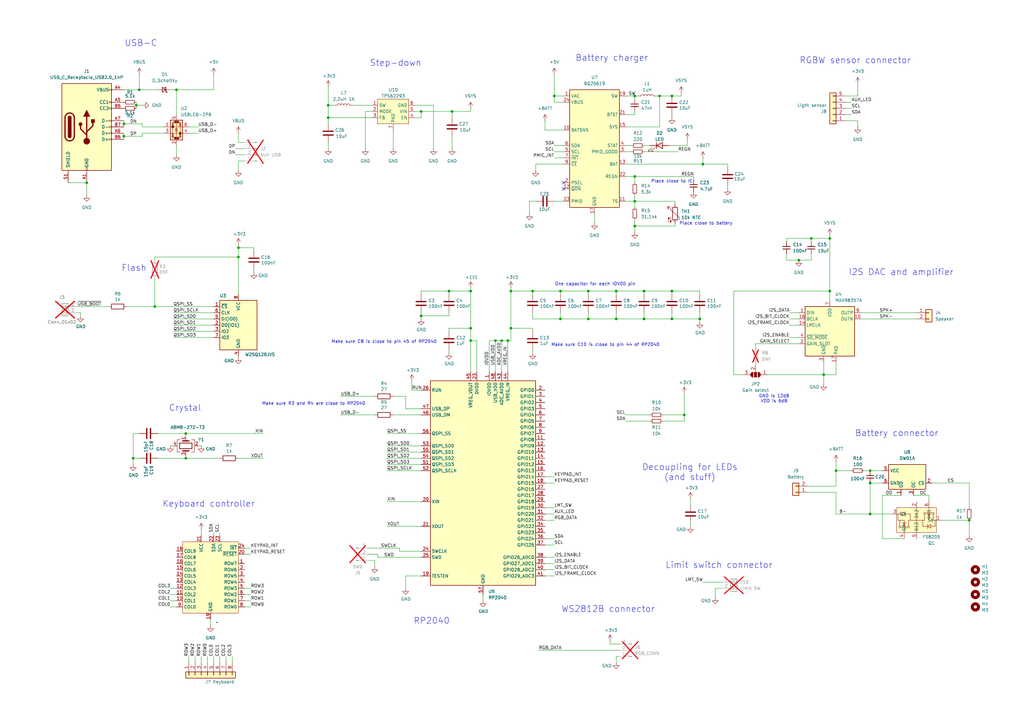
<source format=kicad_sch>
(kicad_sch (version 20250114) (generator "eeschema") (generator_version "9.0")
  (paper "A3")
  (title_block (title "Sisyphus") (date "2025-03-25") (rev "Beta v0.1") (company "Plajta corp."))
  (text "Battery connector" (at 367.792 177.8 0) (effects (font (size 2.54 2.54))))
  (text "Place close to battery" (at 289.56 91.694 0) (effects (font (size 1.27 1.27))))
  (text "Step-down" (at 151.638 27.432 0) (effects (font (size 2.54 2.54)) (justify left bottom)))
  (text "Crystal" (at 69.215 168.91 0) (effects (font (size 2.54 2.54)) (justify left bottom)))
  (text "RGBW sensor connector" (at 350.774 24.892 0) (effects (font (size 2.54 2.54))))
  (text "Make sure C8 is close to pin 45 of RP2040" (at 135.89 140.97 0) (effects (font (size 1.27 1.27)) (justify left bottom)))
  (text "I2S DAC and amplifier" (at 369.57 111.76 0) (effects (font (size 2.54 2.54))))
  (text "Keyboard controller" (at 85.598 206.756 0) (effects (font (size 2.54 2.54))))
  (text "WS2812B connector" (at 249.428 249.936 0) (effects (font (size 2.54 2.54))))
  (text "USB-C" (at 51.054 19.304 0) (effects (font (size 2.54 2.54)) (justify left bottom)))
  (text "Decoupling for LEDs\n(and stuff)" (at 282.956 193.802 0) (effects (font (size 2.54 2.54))))
  (text "Make sure R3 and R4 are close to RP2040" (at 149.86 166.37 0) (effects (font (size 1.27 1.27)) (justify right bottom)))
  (text "GND is 12dB\nVDD is 6dB" (at 317.5 163.576 0) (effects (font (size 1.27 1.27))))
  (text "One capacitor for each IOVDD pin" (at 227.584 117.348 0) (effects (font (size 1.27 1.27)) (justify left bottom)))
  (text "RP2040\n" (at 177.038 254.762 0) (effects (font (size 2.54 2.54))))
  (text "Place close to IC" (at 275.59 74.422 0) (effects (font (size 1.27 1.27))))
  (text "Make sure C10 is close to pin 44 of RP2040" (at 226.06 142.24 0) (effects (font (size 1.27 1.27)) (justify left bottom)))
  (text "Limit switch connector" (at 294.894 231.902 0) (effects (font (size 2.54 2.54))))
  (text "Flash" (at 49.784 111.506 0) (effects (font (size 2.54 2.54)) (justify left bottom)))
  (text "Battery charger" (at 250.952 23.876 0) (effects (font (size 2.54 2.54))))
  (junction (at 209.55 134.62))
  (junction (at 208.28 139.7))
  (junction (at 260.35 72.39))
  (junction (at 342.9 193.04))
  (junction (at 229.87 130.81))
  (junction (at 97.79 105.41))
  (junction (at 227.33 39.37))
  (junction (at 252.73 119.38))
  (junction (at 332.74 97.79))
  (junction (at 134.62 48.26))
  (junction (at 205.74 139.7))
  (junction (at 260.35 39.37))
  (junction (at 218.44 119.38))
  (junction (at 54.61 187.96))
  (junction (at 229.87 119.38))
  (junction (at 76.2 177.8))
  (junction (at 287.02 130.81))
  (junction (at 264.16 119.38))
  (junction (at 275.59 130.81))
  (junction (at 288.29 67.31))
  (junction (at 275.59 119.38))
  (junction (at 252.73 130.81))
  (junction (at 184.15 119.38))
  (junction (at 76.2 187.96))
  (junction (at 270.51 39.37))
  (junction (at 185.42 45.72))
  (junction (at 327.66 106.68))
  (junction (at 193.04 119.38))
  (junction (at 97.79 101.6))
  (junction (at 50.8 55.88))
  (junction (at 260.35 82.55))
  (junction (at 55.88 43.18))
  (junction (at 340.36 119.38))
  (junction (at 241.3 119.38))
  (junction (at 50.8 50.8))
  (junction (at 264.16 130.81))
  (junction (at 356.87 198.12))
  (junction (at 340.36 97.79))
  (junction (at 172.72 45.72))
  (junction (at 397.51 213.36))
  (junction (at 241.3 130.81))
  (junction (at 72.39 36.83))
  (junction (at 356.87 210.82))
  (junction (at 260.35 92.71))
  (junction (at 356.87 193.04))
  (junction (at 63.5 125.73))
  (junction (at 134.62 43.18))
  (junction (at 57.15 36.83))
  (junction (at 35.56 74.93))
  (junction (at 193.04 139.7))
  (junction (at 337.82 153.67))
  (junction (at 203.2 139.7))
  (junction (at 275.59 39.37))
  (junction (at 172.72 129.54))
  (junction (at 280.67 170.18))
  (junction (at 209.55 119.38))
  (junction (at 193.04 134.62))
  (no_connect (at 231.14 77.47))
  (no_connect (at 231.14 74.93))
  (wire (pts (xy 337.82 153.67) (xy 337.82 157.48)))
  (wire (pts (xy 229.87 119.38) (xy 241.3 119.38)))
  (wire (pts (xy 250.19 264.16) (xy 250.19 262.89)))
  (wire (pts (xy 209.55 134.62) (xy 209.55 139.7)))
  (wire (pts (xy 50.8 54.61) (xy 50.8 55.88)))
  (wire (pts (xy 172.72 236.22) (xy 166.37 236.22)))
  (wire (pts (xy 327.66 106.68) (xy 322.58 106.68)))
  (wire (pts (xy 342.9 201.93) (xy 342.9 210.82)))
  (wire (pts (xy 208.28 139.7) (xy 209.55 139.7)))
  (wire (pts (xy 168.91 160.02) (xy 168.91 156.21)))
  (wire (pts (xy 276.86 83.82) (xy 276.86 82.55)))
  (wire (pts (xy 184.15 120.65) (xy 184.15 119.38)))
  (wire (pts (xy 260.35 39.37) (xy 260.35 40.64)))
  (wire (pts (xy 283.21 214.63) (xy 283.21 215.9)))
  (wire (pts (xy 87.63 138.43) (xy 71.12 138.43)))
  (wire (pts (xy 97.79 58.42) (xy 100.33 58.42)))
  (wire (pts (xy 149.86 45.72) (xy 149.86 60.96)))
  (wire (pts (xy 342.9 199.39) (xy 342.9 193.04)))
  (wire (pts (xy 284.48 72.39) (xy 284.48 73.66)))
  (wire (pts (xy 58.42 50.8) (xy 58.42 52.07)))
  (wire (pts (xy 166.37 236.22) (xy 166.37 241.3)))
  (wire (pts (xy 260.35 72.39) (xy 260.35 74.93)))
  (wire (pts (xy 270.51 39.37) (xy 275.59 39.37)))
  (wire (pts (xy 260.35 92.71) (xy 260.35 95.25)))
  (wire (pts (xy 353.06 128.27) (xy 375.92 128.27)))
  (wire (pts (xy 55.88 43.18) (xy 58.42 43.18)))
  (wire (pts (xy 96.52 63.5) (xy 100.33 63.5)))
  (wire (pts (xy 134.62 50.8) (xy 134.62 48.26)))
  (wire (pts (xy 57.15 36.83) (xy 64.77 36.83)))
  (wire (pts (xy 184.15 129.54) (xy 184.15 128.27)))
  (wire (pts (xy 97.79 101.6) (xy 97.79 105.41)))
  (wire (pts (xy 252.73 120.65) (xy 252.73 119.38)))
  (wire (pts (xy 397.51 219.71) (xy 397.51 213.36)))
  (wire (pts (xy 69.85 241.3) (xy 72.39 241.3)))
  (wire (pts (xy 134.62 43.18) (xy 137.16 43.18)))
  (wire (pts (xy 276.86 92.71) (xy 276.86 91.44)))
  (wire (pts (xy 241.3 128.27) (xy 241.3 130.81)))
  (wire (pts (xy 231.14 67.31) (xy 219.71 67.31)))
  (wire (pts (xy 260.35 90.17) (xy 260.35 92.71)))
  (wire (pts (xy 71.12 128.27) (xy 87.63 128.27)))
  (wire (pts (xy 97.79 100.33) (xy 97.79 101.6)))
  (wire (pts (xy 77.47 269.24) (xy 77.47 271.78)))
  (wire (pts (xy 134.62 48.26) (xy 134.62 43.18)))
  (wire (pts (xy 229.87 128.27) (xy 229.87 130.81)))
  (wire (pts (xy 309.88 140.97) (xy 327.66 140.97)))
  (wire (pts (xy 100.33 246.38) (xy 102.87 246.38)))
  (wire (pts (xy 351.79 52.07) (xy 351.79 49.53)))
  (wire (pts (xy 223.52 220.98) (xy 227.33 220.98)))
  (wire (pts (xy 322.58 99.06) (xy 322.58 97.79)))
  (wire (pts (xy 256.54 46.99) (xy 260.35 46.99)))
  (wire (pts (xy 158.75 205.74) (xy 172.72 205.74)))
  (wire (pts (xy 172.72 119.38) (xy 184.15 119.38)))
  (wire (pts (xy 314.96 153.67) (xy 337.82 153.67)))
  (wire (pts (xy 69.85 182.88) (xy 71.12 182.88)))
  (wire (pts (xy 97.79 66.04) (xy 97.79 69.85)))
  (wire (pts (xy 80.01 269.24) (xy 80.01 271.78)))
  (wire (pts (xy 184.15 143.51) (xy 184.15 144.78)))
  (wire (pts (xy 342.9 193.04) (xy 349.25 193.04)))
  (wire (pts (xy 322.58 97.79) (xy 332.74 97.79)))
  (wire (pts (xy 69.85 243.84) (xy 72.39 243.84)))
  (wire (pts (xy 370.84 220.98) (xy 361.95 220.98)))
  (wire (pts (xy 205.74 139.7) (xy 208.28 139.7)))
  (wire (pts (xy 184.15 119.38) (xy 193.04 119.38)))
  (wire (pts (xy 63.5 114.3) (xy 63.5 125.73)))
  (wire (pts (xy 223.52 223.52) (xy 227.33 223.52)))
  (wire (pts (xy 293.37 241.3) (xy 293.37 245.11)))
  (wire (pts (xy 223.52 195.58) (xy 227.33 195.58)))
  (wire (pts (xy 361.95 203.2) (xy 361.95 220.98)))
  (wire (pts (xy 340.36 119.38) (xy 340.36 123.19)))
  (wire (pts (xy 153.67 232.41) (xy 153.67 229.87)))
  (wire (pts (xy 381 205.74) (xy 381 203.2)))
  (wire (pts (xy 342.9 193.04) (xy 342.9 189.23)))
  (wire (pts (xy 275.59 120.65) (xy 275.59 119.38)))
  (wire (pts (xy 81.28 182.88) (xy 82.55 182.88)))
  (wire (pts (xy 172.72 170.18) (xy 161.29 170.18)))
  (wire (pts (xy 151.13 224.79) (xy 163.83 224.79)))
  (wire (pts (xy 260.35 82.55) (xy 260.35 80.01)))
  (wire (pts (xy 227.33 41.91) (xy 231.14 41.91)))
  (wire (pts (xy 275.59 128.27) (xy 275.59 130.81)))
  (wire (pts (xy 64.77 177.8) (xy 76.2 177.8)))
  (wire (pts (xy 172.72 48.26) (xy 172.72 45.72)))
  (wire (pts (xy 223.52 231.14) (xy 227.33 231.14)))
  (wire (pts (xy 275.59 48.26) (xy 275.59 46.99)))
  (wire (pts (xy 346.71 44.45) (xy 349.25 44.45)))
  (wire (pts (xy 264.16 62.23) (xy 278.13 62.23)))
  (wire (pts (xy 177.8 43.18) (xy 170.18 43.18)))
  (wire (pts (xy 44.45 125.73) (xy 31.75 125.73)))
  (wire (pts (xy 161.29 53.34) (xy 161.29 60.96)))
  (wire (pts (xy 218.44 120.65) (xy 218.44 119.38)))
  (wire (pts (xy 97.79 146.685) (xy 97.79 146.05)))
  (wire (pts (xy 154.94 228.6) (xy 172.72 228.6)))
  (wire (pts (xy 342.9 148.59) (xy 342.9 153.67)))
  (wire (pts (xy 158.75 190.5) (xy 172.72 190.5)))
  (wire (pts (xy 288.29 67.31) (xy 298.45 67.31)))
  (wire (pts (xy 203.2 139.7) (xy 205.74 139.7)))
  (wire (pts (xy 322.58 104.14) (xy 322.58 106.68)))
  (wire (pts (xy 172.72 160.02) (xy 168.91 160.02)))
  (wire (pts (xy 386.08 213.36) (xy 397.51 213.36)))
  (wire (pts (xy 193.04 139.7) (xy 193.04 152.4)))
  (wire (pts (xy 223.52 233.68) (xy 227.33 233.68)))
  (wire (pts (xy 300.99 153.67) (xy 304.8 153.67)))
  (wire (pts (xy 243.84 87.63) (xy 243.84 91.44)))
  (wire (pts (xy 241.3 120.65) (xy 241.3 119.38)))
  (wire (pts (xy 337.82 148.59) (xy 337.82 153.67)))
  (wire (pts (xy 209.55 119.38) (xy 209.55 134.62)))
  (wire (pts (xy 309.88 140.97) (xy 309.88 143.51)))
  (wire (pts (xy 172.72 129.54) (xy 184.15 129.54)))
  (wire (pts (xy 170.18 48.26) (xy 172.72 48.26)))
  (wire (pts (xy 87.63 133.35) (xy 71.12 133.35)))
  (wire (pts (xy 227.33 39.37) (xy 227.33 41.91)))
  (wire (pts (xy 323.85 128.27) (xy 327.66 128.27)))
  (wire (pts (xy 85.09 269.24) (xy 85.09 271.78)))
  (wire (pts (xy 100.33 248.92) (xy 102.87 248.92)))
  (wire (pts (xy 288.29 67.31) (xy 288.29 64.77)))
  (wire (pts (xy 223.52 228.6) (xy 227.33 228.6)))
  (wire (pts (xy 104.14 101.6) (xy 97.79 101.6)))
  (wire (pts (xy 100.33 227.33) (xy 102.87 227.33)))
  (wire (pts (xy 134.62 48.26) (xy 152.4 48.26)))
  (wire (pts (xy 356.87 198.12) (xy 361.95 198.12)))
  (wire (pts (xy 264.16 59.69) (xy 266.7 59.69)))
  (wire (pts (xy 76.2 186.69) (xy 76.2 187.96)))
  (wire (pts (xy 54.61 187.96) (xy 54.61 190.5)))
  (wire (pts (xy 381 203.2) (xy 374.65 203.2)))
  (wire (pts (xy 254 269.24) (xy 252.73 269.24)))
  (wire (pts (xy 209.55 118.11) (xy 209.55 119.38)))
  (wire (pts (xy 158.75 182.88) (xy 172.72 182.88)))
  (wire (pts (xy 361.95 203.2) (xy 369.57 203.2)))
  (wire (pts (xy 260.35 72.39) (xy 284.48 72.39)))
  (wire (pts (xy 300.99 119.38) (xy 300.99 153.67)))
  (wire (pts (xy 50.8 55.88) (xy 50.8 57.15)))
  (wire (pts (xy 227.33 30.48) (xy 227.33 39.37)))
  (wire (pts (xy 200.66 152.4) (xy 200.66 139.7)))
  (wire (pts (xy 346.71 39.37) (xy 351.79 39.37)))
  (wire (pts (xy 144.78 43.18) (xy 152.4 43.18)))
  (wire (pts (xy 97.79 187.96) (xy 107.95 187.96)))
  (wire (pts (xy 55.88 44.45) (xy 55.88 43.18)))
  (wire (pts (xy 254 264.16) (xy 250.19 264.16)))
  (wire (pts (xy 280.67 170.18) (xy 280.67 172.72)))
  (wire (pts (xy 397.51 198.12) (xy 397.51 208.28)))
  (wire (pts (xy 340.36 96.52) (xy 340.36 97.79)))
  (wire (pts (xy 172.72 193.04) (xy 158.75 193.04)))
  (wire (pts (xy 152.4 45.72) (xy 149.86 45.72)))
  (wire (pts (xy 193.04 119.38) (xy 193.04 134.62)))
  (wire (pts (xy 158.75 185.42) (xy 172.72 185.42)))
  (wire (pts (xy 219.71 82.55) (xy 217.17 82.55)))
  (wire (pts (xy 58.42 52.07) (xy 67.31 52.07)))
  (wire (pts (xy 356.87 193.04) (xy 361.95 193.04)))
  (wire (pts (xy 356.87 198.12) (xy 356.87 210.82)))
  (wire (pts (xy 69.85 248.92) (xy 72.39 248.92)))
  (wire (pts (xy 351.79 49.53) (xy 346.71 49.53)))
  (wire (pts (xy 87.63 135.89) (xy 71.12 135.89)))
  (wire (pts (xy 256.54 82.55) (xy 260.35 82.55)))
  (wire (pts (xy 31.75 128.27) (xy 33.02 128.27)))
  (wire (pts (xy 100.33 241.3) (xy 102.87 241.3)))
  (wire (pts (xy 256.54 67.31) (xy 288.29 67.31)))
  (wire (pts (xy 218.44 128.27) (xy 218.44 130.81)))
  (wire (pts (xy 229.87 130.81) (xy 218.44 130.81)))
  (wire (pts (xy 323.85 133.35) (xy 327.66 133.35)))
  (wire (pts (xy 100.33 66.04) (xy 97.79 66.04)))
  (wire (pts (xy 260.35 92.71) (xy 276.86 92.71)))
  (wire (pts (xy 52.07 125.73) (xy 63.5 125.73)))
  (wire (pts (xy 227.33 62.23) (xy 231.14 62.23)))
  (wire (pts (xy 223.52 198.12) (xy 227.33 198.12)))
  (wire (pts (xy 332.74 106.68) (xy 327.66 106.68)))
  (wire (pts (xy 346.71 41.91) (xy 349.25 41.91)))
  (wire (pts (xy 58.42 55.88) (xy 50.8 55.88)))
  (wire (pts (xy 134.62 60.96) (xy 134.62 58.42)))
  (wire (pts (xy 154.94 227.33) (xy 154.94 228.6)))
  (wire (pts (xy 256.54 52.07) (xy 270.51 52.07)))
  (wire (pts (xy 252.73 130.81) (xy 241.3 130.81)))
  (wire (pts (xy 198.12 243.84) (xy 198.12 246.38)))
  (wire (pts (xy 275.59 119.38) (xy 287.02 119.38)))
  (wire (pts (xy 77.47 52.07) (xy 81.28 52.07)))
  (wire (pts (xy 72.39 36.83) (xy 87.63 36.83)))
  (wire (pts (xy 323.85 138.43) (xy 327.66 138.43)))
  (wire (pts (xy 342.9 210.82) (xy 356.87 210.82)))
  (wire (pts (xy 69.85 36.83) (xy 72.39 36.83)))
  (wire (pts (xy 35.56 74.93) (xy 35.56 80.01)))
  (wire (pts (xy 331.47 199.39) (xy 342.9 199.39)))
  (wire (pts (xy 184.15 134.62) (xy 193.04 134.62)))
  (wire (pts (xy 275.59 39.37) (xy 279.4 39.37)))
  (wire (pts (xy 223.52 236.22) (xy 227.33 236.22)))
  (wire (pts (xy 100.33 243.84) (xy 102.87 243.84)))
  (wire (pts (xy 252.73 269.24) (xy 252.73 271.78)))
  (wire (pts (xy 351.79 39.37) (xy 351.79 34.29)))
  (wire (pts (xy 172.72 215.9) (xy 158.75 215.9)))
  (wire (pts (xy 153.67 162.56) (xy 139.7 162.56)))
  (wire (pts (xy 87.63 30.48) (xy 87.63 36.83)))
  (wire (pts (xy 271.78 170.18) (xy 280.67 170.18)))
  (wire (pts (xy 87.63 218.44) (xy 87.63 219.71)))
  (wire (pts (xy 281.94 59.69) (xy 274.32 59.69)))
  (wire (pts (xy 64.77 187.96) (xy 76.2 187.96)))
  (wire (pts (xy 57.15 187.96) (xy 54.61 187.96)))
  (wire (pts (xy 87.63 269.24) (xy 87.63 271.78)))
  (wire (pts (xy 76.2 187.96) (xy 90.17 187.96)))
  (wire (pts (xy 193.04 45.72) (xy 185.42 45.72)))
  (wire (pts (xy 223.52 213.36) (xy 227.33 213.36)))
  (wire (pts (xy 172.72 167.64) (xy 166.37 167.64)))
  (wire (pts (xy 172.72 120.65) (xy 172.72 119.38)))
  (wire (pts (xy 264.16 130.81) (xy 252.73 130.81)))
  (wire (pts (xy 209.55 119.38) (xy 218.44 119.38)))
  (wire (pts (xy 72.39 59.69) (xy 72.39 63.5)))
  (wire (pts (xy 354.33 193.04) (xy 356.87 193.04)))
  (wire (pts (xy 177.8 60.96) (xy 177.8 43.18)))
  (wire (pts (xy 166.37 162.56) (xy 161.29 162.56)))
  (wire (pts (xy 283.21 204.47) (xy 283.21 207.01)))
  (wire (pts (xy 209.55 134.62) (xy 218.44 134.62)))
  (wire (pts (xy 256.54 59.69) (xy 259.08 59.69)))
  (wire (pts (xy 185.42 60.96) (xy 185.42 55.88)))
  (wire (pts (xy 332.74 97.79) (xy 340.36 97.79)))
  (wire (pts (xy 218.44 135.89) (xy 218.44 134.62)))
  (wire (pts (xy 346.71 46.99) (xy 349.25 46.99)))
  (wire (pts (xy 153.67 170.18) (xy 139.7 170.18)))
  (wire (pts (xy 300.99 119.38) (xy 340.36 119.38)))
  (wire (pts (xy 256.54 172.72) (xy 266.7 172.72)))
  (wire (pts (xy 58.42 55.88) (xy 58.42 54.61)))
  (wire (pts (xy 287.02 130.81) (xy 287.02 132.08)))
  (wire (pts (xy 87.63 130.81) (xy 71.12 130.81)))
  (wire (pts (xy 227.33 59.69) (xy 231.14 59.69)))
  (wire (pts (xy 97.79 54.61) (xy 97.79 58.42)))
  (wire (pts (xy 227.33 64.77) (xy 231.14 64.77)))
  (wire (pts (xy 256.54 39.37) (xy 260.35 39.37)))
  (wire (pts (xy 260.35 82.55) (xy 260.35 85.09)))
  (wire (pts (xy 185.42 48.26) (xy 185.42 45.72)))
  (wire (pts (xy 269.24 39.37) (xy 270.51 39.37)))
  (wire (pts (xy 193.04 118.11) (xy 193.04 119.38)))
  (wire (pts (xy 220.98 266.7) (xy 254 266.7)))
  (wire (pts (xy 287.02 128.27) (xy 287.02 130.81)))
  (wire (pts (xy 298.45 67.31) (xy 298.45 68.58)))
  (wire (pts (xy 264.16 119.38) (xy 275.59 119.38)))
  (wire (pts (xy 356.87 210.82) (xy 365.76 210.82)))
  (wire (pts (xy 57.15 177.8) (xy 54.61 177.8)))
  (wire (pts (xy 252.73 119.38) (xy 264.16 119.38)))
  (wire (pts (xy 332.74 97.79) (xy 332.74 99.06)))
  (wire (pts (xy 275.59 130.81) (xy 287.02 130.81)))
  (wire (pts (xy 241.3 119.38) (xy 252.73 119.38)))
  (wire (pts (xy 57.15 30.48) (xy 57.15 36.83)))
  (wire (pts (xy 170.18 45.72) (xy 172.72 45.72)))
  (wire (pts (xy 172.72 177.8) (xy 158.75 177.8)))
  (wire (pts (xy 172.72 129.54) (xy 172.72 130.81)))
  (wire (pts (xy 260.35 39.37) (xy 261.62 39.37)))
  (wire (pts (xy 193.04 134.62) (xy 193.04 139.7)))
  (wire (pts (xy 54.61 177.8) (xy 54.61 187.96)))
  (wire (pts (xy 295.91 241.3) (xy 293.37 241.3)))
  (wire (pts (xy 184.15 135.89) (xy 184.15 134.62)))
  (wire (pts (xy 200.66 139.7) (xy 203.2 139.7)))
  (wire (pts (xy 281.94 57.15) (xy 281.94 59.69)))
  (wire (pts (xy 76.2 179.07) (xy 76.2 177.8)))
  (wire (pts (xy 252.73 128.27) (xy 252.73 130.81)))
  (wire (pts (xy 86.36 254) (xy 86.36 256.54)))
  (wire (pts (xy 95.25 269.24) (xy 95.25 271.78)))
  (wire (pts (xy 166.37 162.56) (xy 166.37 167.64)))
  (wire (pts (xy 270.51 52.07) (xy 270.51 39.37)))
  (wire (pts (xy 279.4 39.37) (xy 279.4 38.1)))
  (wire (pts (xy 256.54 72.39) (xy 260.35 72.39)))
  (wire (pts (xy 205.74 152.4) (xy 205.74 139.7)))
  (wire (pts (xy 58.42 54.61) (xy 67.31 54.61)))
  (wire (pts (xy 172.72 45.72) (xy 185.42 45.72)))
  (wire (pts (xy 104.14 110.49) (xy 104.14 111.76)))
  (wire (pts (xy 323.85 130.81) (xy 327.66 130.81)))
  (wire (pts (xy 218.44 143.51) (xy 218.44 144.78)))
  (wire (pts (xy 223.52 53.34) (xy 231.14 53.34)))
  (wire (pts (xy 193.04 44.45) (xy 193.04 45.72)))
  (wire (pts (xy 280.67 172.72) (xy 271.78 172.72)))
  (wire (pts (xy 172.72 128.27) (xy 172.72 129.54)))
  (wire (pts (xy 90.17 218.44) (xy 90.17 219.71)))
  (wire (pts (xy 153.67 229.87) (xy 151.13 229.87)))
  (wire (pts (xy 90.17 269.24) (xy 90.17 271.78)))
  (wire (pts (xy 264.16 120.65) (xy 264.16 119.38)))
  (wire (pts (xy 100.33 224.79) (xy 102.87 224.79)))
  (wire (pts (xy 241.3 130.81) (xy 229.87 130.81)))
  (wire (pts (xy 353.06 130.81) (xy 375.92 130.81)))
  (wire (pts (xy 287.02 120.65) (xy 287.02 119.38)))
  (wire (pts (xy 195.58 139.7) (xy 193.04 139.7)))
  (wire (pts (xy 340.36 97.79) (xy 340.36 119.38)))
  (wire (pts (xy 223.52 49.53) (xy 223.52 53.34)))
  (wire (pts (xy 260.35 46.99) (xy 260.35 45.72)))
  (wire (pts (xy 382.27 198.12) (xy 397.51 198.12)))
  (wire (pts (xy 104.14 102.87) (xy 104.14 101.6)))
  (wire (pts (xy 280.67 161.29) (xy 280.67 170.18)))
  (wire (pts (xy 58.42 50.8) (xy 50.8 50.8)))
  (wire (pts (xy 288.29 238.76) (xy 295.91 238.76)))
  (wire (pts (xy 69.85 246.38) (xy 72.39 246.38)))
  (wire (pts (xy 229.87 120.65) (xy 229.87 119.38)))
  (wire (pts (xy 63.5 125.73) (xy 87.63 125.73)))
  (wire (pts (xy 227.33 39.37) (xy 231.14 39.37)))
  (wire (pts (xy 218.44 119.38) (xy 229.87 119.38)))
  (wire (pts (xy 275.59 130.81) (xy 264.16 130.81)))
  (wire (pts (xy 134.62 35.56) (xy 134.62 43.18)))
  (wire (pts (xy 332.74 104.14) (xy 332.74 106.68)))
  (wire (pts (xy 195.58 152.4) (xy 195.58 139.7)))
  (wire (pts (xy 219.71 67.31) (xy 219.71 69.85)))
  (wire (pts (xy 223.52 208.28) (xy 227.33 208.28)))
  (wire (pts (xy 276.86 82.55) (xy 260.35 82.55)))
  (wire (pts (xy 151.13 227.33) (xy 154.94 227.33)))
  (wire (pts (xy 27.94 74.93) (xy 35.56 74.93)))
  (wire (pts (xy 264.16 128.27) (xy 264.16 130.81)))
  (wire (pts (xy 342.9 153.67) (xy 337.82 153.67)))
  (wire (pts (xy 203.2 139.7) (xy 203.2 152.4)))
  (wire (pts (xy 227.33 82.55) (xy 231.14 82.55)))
  (wire (pts (xy 256.54 62.23) (xy 259.08 62.23)))
  (wire (pts (xy 223.52 210.82) (xy 227.33 210.82)))
  (wire (pts (xy 50.8 50.8) (xy 50.8 52.07)))
  (wire (pts (xy 217.17 82.55) (xy 217.17 87.63)))
  (wire (pts (xy 309.88 148.59) (xy 309.88 149.86)))
  (wire (pts (xy 298.45 76.2) (xy 298.45 77.47)))
  (wire (pts (xy 256.54 170.18) (xy 266.7 170.18)))
  (wire (pts (xy 331.47 201.93) (xy 342.9 201.93)))
  (wire (pts (xy 77.47 54.61) (xy 81.28 54.61)))
  (wire (pts (xy 163.83 224.79) (xy 163.83 226.06)))
  (wire (pts (xy 82.55 269.24) (xy 82.55 271.78)))
  (wire (pts (xy 72.39 36.83) (xy 72.39 46.99)))
  (wire (pts (xy 82.55 217.17) (xy 82.55 219.71)))
  (wire (pts (xy 50.8 36.83) (xy 57.15 36.83)))
  (wire (pts (xy 163.83 226.06) (xy 172.72 226.06)))
  (wire (pts (xy 158.75 187.96) (xy 172.72 187.96)))
  (wire (pts (xy 55.88 41.91) (xy 55.88 43.18)))
  (wire (pts (xy 208.28 152.4) (xy 208.28 139.7)))
  (wire (pts (xy 63.5 106.68) (xy 63.5 105.41)))
  (wire (pts (xy 63.5 105.41) (xy 97.79 105.41)))
  (wire (pts (xy 50.8 49.53) (xy 50.8 50.8)))
  (wire (pts (xy 92.71 269.24) (xy 92.71 271.78)))
  (wire (pts (xy 96.52 60.96) (xy 100.33 60.96)))
  (wire (pts (xy 33.02 128.27) (xy 33.02 129.54)))
  (wire (pts (xy 97.79 105.41) (xy 97.79 120.65)))
  (wire (pts (xy 76.2 177.8) (xy 107.95 177.8)))
  (label "B-" (at 344.17 210.82 0))
  (label "XOUT" (at 107.95 187.96 180))
  (label "USB_D+" (at 81.28 54.61 0))
  (label "ROW0" (at 102.87 248.92 0))
  (label "COL0" (at 87.63 269.24 90))
  (label "SWD" (at 157.48 228.6 0))
  (label "COL0" (at 69.85 248.92 180))
  (label "KEYPAD_INT" (at 102.87 224.79 0))
  (label "QSPI_SD0" (at 158.75 182.88 0))
  (label "QSPI_SS" (at 158.75 177.8 0))
  (label "QSPI_SS" (at 71.12 125.73 0))
  (label "QSPI_SD3" (at 158.75 190.5 0))
  (label "QSPI_SD3" (at 71.12 138.43 0))
  (label "ROW1" (at 102.87 246.38 0))
  (label "SW" (at 257.81 39.37 0))
  (label "COL2" (at 92.71 269.24 90))
  (label "DN" (at 96.52 63.5 180))
  (label "SCL" (at 90.17 218.44 90))
  (label "ROW0" (at 85.09 269.24 90))
  (label "DP" (at 53.34 55.88 0))
  (label "I2S_ENABLE" (at 227.33 228.6 0))
  (label "QSPI_SCLK" (at 158.75 193.04 0))
  (label "LMT_SW" (at 227.33 208.28 0))
  (label "ADC_AVDD" (at 205.74 149.86 90))
  (label "USB_D+" (at 139.7 162.56 0))
  (label "COL2" (at 69.85 243.84 180))
  (label "QSPI_SD2" (at 158.75 187.96 0))
  (label "KEYPAD_RESET" (at 227.33 198.12 0))
  (label "RUN" (at 168.91 160.02 0))
  (label "DP" (at 96.52 60.96 180))
  (label "ROW2" (at 80.01 269.24 90))
  (label "XOUT" (at 158.75 215.9 0))
  (label "QSPI_SD1" (at 71.12 133.35 0))
  (label "I2S_BIT_CLOCK" (at 227.33 233.68 0))
  (label "RGB_DATA" (at 227.33 213.36 0))
  (label "VREG_IN" (at 208.28 149.86 90))
  (label "OD" (at 363.22 203.2 0))
  (label "I2S_FRAME_CLOCK" (at 323.85 133.35 180))
  (label "KEYPAD_RESET" (at 102.87 227.33 0))
  (label "QSPI_SD1" (at 158.75 185.42 0))
  (label "COL3" (at 69.85 241.3 180))
  (label "PMIC_INT" (at 227.33 64.77 180))
  (label "SPK+" (at 360.68 128.27 0))
  (label "OC" (at 377.19 203.2 0))
  (label "SPK-" (at 360.68 130.81 0))
  (label "SCL" (at 227.33 223.52 0))
  (label "XIN" (at 107.95 177.8 180))
  (label "AUX_LED" (at 227.33 210.82 0))
  (label "USB_D-" (at 81.28 52.07 0))
  (label "USB_VDD" (at 203.2 149.86 90))
  (label "COL1" (at 69.85 246.38 180))
  (label "USB_D-" (at 139.7 170.18 0))
  (label "SWCLK" (at 156.21 224.79 0))
  (label "LMT_SW" (at 288.29 238.76 180))
  (label "COL3" (at 95.25 269.24 90))
  (label "SDA" (at 87.63 218.44 90))
  (label "I2S_FRAME_CLOCK" (at 227.33 236.22 0))
  (label "XIN" (at 158.75 205.74 0))
  (label "I2S_BIT_CLOCK" (at 323.85 130.81 180))
  (label "I2S_ENABLE" (at 323.85 138.43 180))
  (label "COL1" (at 90.17 269.24 90))
  (label "DN" (at 53.34 50.8 0))
  (label "SCL" (at 349.25 44.45 0))
  (label "CS" (at 388.62 198.12 0))
  (label "QSPI_SD2" (at 71.12 135.89 0))
  (label "QSPI_SD0" (at 71.12 130.81 0))
  (label "ROW1" (at 82.55 269.24 90))
  (label "ROW3" (at 77.47 269.24 90))
  (label "SCL" (at 256.54 170.18 180))
  (label "KEYPAD_INT" (at 227.33 195.58 0))
  (label "ROW2" (at 102.87 243.84 0))
  (label "ROW3" (at 102.87 241.3 0))
  (label "GAIN_SELECT" (at 323.85 140.97 180))
  (label "I2S_DATA" (at 323.85 128.27 180))
  (label "REGN" (at 279.4 72.39 0))
  (label "REGN" (at 278.13 62.23 0))
  (label "QSPI_SCLK" (at 71.12 128.27 0))
  (label "AUX_LED" (at 349.25 41.91 0))
  (label "~{USB_BOOT}" (at 31.75 125.73 0))
  (label "SCL" (at 227.33 62.23 180))
  (label "SDA" (at 227.33 59.69 180))
  (label "SDA" (at 256.54 172.72 180))
  (label "SDA" (at 227.33 220.98 0))
  (label "I2S_DATA" (at 227.33 231.14 0))
  (label "SDA" (at 349.25 46.99 0))
  (label "RGB_DATA" (at 220.98 266.7 0))
  (label "IOVDD" (at 200.66 149.86 90))
  (symbol (lib_id "Memory_Flash:W25Q128JVS") (at 97.79 133.35 0) (unit 1)
    (property "Reference" "U3" (at 91.44 121.285 0))
    (property "Value" "W25Q128JVS" (at 106.68 145.415 0))
    (property "Footprint" "Package_SO:SOIC-8_5.23x5.23mm_P1.27mm" (effects (hide yes)))
    (property "Datasheet" "http://www.winbond.com/resource-files/w25q128jv_dtr%20revc%2003272018%20plus.pdf" (effects (hide yes)))
  )
  (symbol (lib_id "power:+3V3") (at 97.79 100.33 0) (unit 1)
    (property "Reference" "#PWR019" (effects (hide yes)))
    (property "Value" "+3V3" (at 98.171 95.9358 0))
  )
  (symbol (lib_id "power:GND") (at 97.79 146.685 0) (unit 1)
    (property "Reference" "#PWR024" (effects (hide yes)))
    (property "Value" "GND" (at 93.98 147.955 0))
  )
  (symbol (lib_id "Device:R") (at 63.5 110.49 0) (unit 1) (in_bom no) (dnp yes)
    (property "Reference" "R3" (at 65.278 109.3216 0) (effects (justify left)))
    (property "Value" "DNF" (at 65.278 111.633 0) (effects (justify left)))
    (property "Footprint" "Resistor_SMD:R_0402_1005Metric" (effects (hide yes)))
  )
  (symbol (lib_id "Device:R") (at 48.26 125.73 270) (unit 1)
    (property "Reference" "R6" (at 48.26 120.4722 90))
    (property "Value" "1k" (at 48.26 122.7836 90))
    (property "Footprint" "Resistor_SMD:R_0402_1005Metric" (effects (hide yes)))
  )
  (symbol (lib_id "Device:C") (at 104.14 106.68 0) (unit 1)
    (property "Reference" "C16" (at 107.061 105.5116 0) (effects (justify left)))
    (property "Value" "100nF" (at 107.061 107.823 0) (effects (justify left)))
    (property "Footprint" "Capacitor_SMD:C_0402_1005Metric" (effects (hide yes)))
  )
  (symbol (lib_id "power:GND") (at 104.14 111.76 0) (unit 1)
    (property "Reference" "#PWR022" (effects (hide yes)))
    (property "Value" "GND" (at 107.95 113.03 0))
  )
  (symbol (lib_id "power:GND") (at 198.12 246.38 0) (unit 1)
    (property "Reference" "#PWR030" (effects (hide yes)))
    (property "Value" "GND" (at 198.247 250.7742 0))
  )
  (symbol (lib_id "power:GND") (at 166.37 241.3 0) (unit 1)
    (property "Reference" "#PWR028" (effects (hide yes)))
    (property "Value" "GND" (at 166.497 245.6942 0))
  )
  (symbol (lib_id "Device:R") (at 157.48 162.56 90) (mirror x) (unit 1)
    (property "Reference" "R4" (at 157.48 157.3022 90))
    (property "Value" "27" (at 157.48 159.6136 90))
    (property "Footprint" "Resistor_SMD:R_0402_1005Metric" (effects (hide yes)))
  )
  (symbol (lib_id "Device:R") (at 157.48 170.18 90) (mirror x) (unit 1)
    (property "Reference" "R5" (at 157.48 164.9222 90))
    (property "Value" "27" (at 157.48 167.2336 90))
    (property "Footprint" "Resistor_SMD:R_0402_1005Metric" (effects (hide yes)))
  )
  (symbol (lib_id "power:+3V3") (at 209.55 118.11 0) (unit 1)
    (property "Reference" "#PWR012" (effects (hide yes)))
    (property "Value" "+3V3" (at 209.931 113.7158 0))
  )
  (symbol (lib_id "power:+1V1") (at 193.04 118.11 0) (unit 1)
    (property "Reference" "#PWR011" (effects (hide yes)))
    (property "Value" "+1V1" (at 193.421 113.7158 0))
  )
  (symbol (lib_id "Device:C") (at 218.44 124.46 0) (unit 1)
    (property "Reference" "C5" (at 221.361 123.2916 0) (effects (justify left)))
    (property "Value" "100nF" (at 221.361 125.603 0) (effects (justify left)))
    (property "Footprint" "Capacitor_SMD:C_0402_1005Metric" (effects (hide yes)))
  )
  (symbol (lib_id "Device:C") (at 229.87 124.46 0) (unit 1)
    (property "Reference" "C6" (at 232.791 123.2916 0) (effects (justify left)))
    (property "Value" "100nF" (at 232.791 125.603 0) (effects (justify left)))
    (property "Footprint" "Capacitor_SMD:C_0402_1005Metric" (effects (hide yes)))
  )
  (symbol (lib_id "Device:C") (at 241.3 124.46 0) (unit 1)
    (property "Reference" "C7" (at 244.221 123.2916 0) (effects (justify left)))
    (property "Value" "100nF" (at 244.221 125.603 0) (effects (justify left)))
    (property "Footprint" "Capacitor_SMD:C_0402_1005Metric" (effects (hide yes)))
  )
  (symbol (lib_id "Device:C") (at 252.73 124.46 0) (unit 1)
    (property "Reference" "C8" (at 255.651 123.2916 0) (effects (justify left)))
    (property "Value" "100nF" (at 255.651 125.603 0) (effects (justify left)))
    (property "Footprint" "Capacitor_SMD:C_0402_1005Metric" (effects (hide yes)))
  )
  (symbol (lib_id "Device:C") (at 264.16 124.46 0) (unit 1)
    (property "Reference" "C9" (at 267.081 123.2916 0) (effects (justify left)))
    (property "Value" "100nF" (at 267.081 125.603 0) (effects (justify left)))
    (property "Footprint" "Capacitor_SMD:C_0402_1005Metric" (effects (hide yes)))
  )
  (symbol (lib_id "Device:C") (at 275.59 124.46 0) (unit 1)
    (property "Reference" "C10" (at 278.511 123.2916 0) (effects (justify left)))
    (property "Value" "100nF" (at 278.511 125.603 0) (effects (justify left)))
    (property "Footprint" "Capacitor_SMD:C_0402_1005Metric" (effects (hide yes)))
  )
  (symbol (lib_id "Device:C") (at 287.02 124.46 0) (unit 1)
    (property "Reference" "C11" (at 289.941 123.2916 0) (effects (justify left)))
    (property "Value" "100nF" (at 289.941 125.603 0) (effects (justify left)))
    (property "Footprint" "Capacitor_SMD:C_0402_1005Metric" (effects (hide yes)))
  )
  (symbol (lib_id "Device:C") (at 172.72 124.46 0) (unit 1)
    (property "Reference" "C3" (at 175.641 123.2916 0) (effects (justify left)))
    (property "Value" "100nF" (at 175.641 125.603 0) (effects (justify left)))
    (property "Footprint" "Capacitor_SMD:C_0402_1005Metric" (effects (hide yes)))
  )
  (symbol (lib_id "Device:C") (at 184.15 124.46 0) (unit 1)
    (property "Reference" "C4" (at 187.071 123.2916 0) (effects (justify left)))
    (property "Value" "100nF" (at 187.071 125.603 0) (effects (justify left)))
    (property "Footprint" "Capacitor_SMD:C_0402_1005Metric" (effects (hide yes)))
  )
  (symbol (lib_id "Device:C") (at 184.15 139.7 0) (unit 1)
    (property "Reference" "C12" (at 187.071 138.5316 0) (effects (justify left)))
    (property "Value" "1uF" (at 187.071 140.843 0) (effects (justify left)))
    (property "Footprint" "Capacitor_SMD:C_0402_1005Metric" (effects (hide yes)))
  )
  (symbol (lib_id "Device:C") (at 218.44 139.7 0) (unit 1)
    (property "Reference" "C13" (at 221.361 138.5316 0) (effects (justify left)))
    (property "Value" "1uF" (at 221.361 140.843 0) (effects (justify left)))
    (property "Footprint" "Capacitor_SMD:C_0402_1005Metric" (effects (hide yes)))
  )
  (symbol (lib_id "power:GND") (at 287.02 132.08 0) (unit 1)
    (property "Reference" "#PWR015" (effects (hide yes)))
    (property "Value" "GND" (at 287.147 136.4742 0))
  )
  (symbol (lib_id "power:GND") (at 172.72 130.81 0) (unit 1)
    (property "Reference" "#PWR014" (effects (hide yes)))
    (property "Value" "GND" (at 172.847 135.2042 0))
  )
  (symbol (lib_id "power:GND") (at 184.15 144.78 0) (unit 1)
    (property "Reference" "#PWR017" (effects (hide yes)))
    (property "Value" "GND" (at 184.277 149.1742 0))
  )
  (symbol (lib_id "power:GND") (at 218.44 144.78 0) (unit 1)
    (property "Reference" "#PWR018" (effects (hide yes)))
    (property "Value" "GND" (at 218.567 149.1742 0))
  )
  (symbol (lib_id "power:+3V3") (at 283.21 204.47 0) (unit 1)
    (property "Reference" "#PWR027" (effects (hide yes)))
    (property "Value" "+3V3" (at 283.591 200.0758 0))
  )
  (symbol (lib_id "Device:C") (at 283.21 210.82 0) (unit 1)
    (property "Reference" "C17" (at 286.131 209.6516 0) (effects (justify left)))
    (property "Value" "10uF" (at 286.131 211.963 0) (effects (justify left)))
    (property "Footprint" "Capacitor_SMD:C_0402_1005Metric" (effects (hide yes)))
  )
  (symbol (lib_id "power:GND") (at 283.21 215.9 0) (unit 1)
    (property "Reference" "#PWR029" (effects (hide yes)))
    (property "Value" "GND" (at 279.4 217.17 0))
  )
  (symbol (lib_id "Connector_Generic:Conn_01x02") (at 26.67 125.73 0) (mirror y) (unit 1) (in_bom no) (dnp yes)
    (property "Reference" "J3" (at 25.4 121.92 0))
    (property "Value" "Conn_01x02" (at 25.4 132.08 0))
    (property "Footprint" "Connector_PinHeader_2.54mm:PinHeader_1x02_P2.54mm_Vertical" (effects (hide yes)))
  )
  (symbol (lib_id "power:GND") (at 33.02 129.54 0) (unit 1)
    (property "Reference" "#PWR023" (effects (hide yes)))
    (property "Value" "GND" (at 33.147 133.9342 0))
  )
  (symbol (lib_id "Device:R_Small") (at 261.62 59.69 90) (unit 1)
    (property "Reference" "R12" (at 261.62 54.61 90))
    (property "Value" "220" (at 261.62 57.15 90))
    (property "Footprint" "Resistor_SMD:R_0402_1005Metric" (effects (hide yes)))
    (property "Description" "Resistor, small symbol" (effects (hide yes)))
  )
  (symbol (lib_id "power:GND") (at 72.39 63.5 0) (unit 1)
    (property "Reference" "#PWR09" (effects (hide yes)))
    (property "Value" "GND" (at 72.39 68.58 0))
    (property "Description" "Power symbol creates a global label with name \"GND\" , ground" (effects (hide yes)))
  )
  (symbol (lib_id "power:GND") (at 293.37 245.11 0) (unit 1)
    (property "Reference" "#PWR052" (effects (hide yes)))
    (property "Value" "GND" (at 289.56 246.38 0))
  )
  (symbol (lib_id "Device:C_Small") (at 332.74 101.6 180) (unit 1)
    (property "Reference" "C15" (at 335.28 100.3235 0) (effects (justify right)))
    (property "Value" "10uF" (at 335.28 102.8635 0) (effects (justify right)))
    (property "Footprint" "Capacitor_SMD:C_0402_1005Metric" (effects (hide yes)))
    (property "Description" "Unpolarized capacitor, small symbol" (effects (hide yes)))
  )
  (symbol (lib_id "Sisyphus:BQ25619") (at 243.84 62.23 0) (unit 1)
    (property "Reference" "U7" (at 243.84 31.75 0))
    (property "Value" "BQ25619" (at 243.84 34.29 0))
    (property "Footprint" "Package_DFN_QFN:Texas_RTW_WQFN-24-1EP_4x4mm_P0.5mm_EP2.7x2.7mm_ThermalVias" (effects (hide yes)))
    (property "Datasheet" "https://www.ti.com/lit/ds/symlink/bq25619.pdf" (effects (hide yes)))
    (property "Description" "I2C Controlled 1.5A Single-Cell Battery Charger with 20mA Termination and 1A Boost Operation" (effects (hide yes)))
  )
  (symbol (lib_name "GND_4") (lib_id "power:GND") (at 86.36 256.54 0) (unit 1)
    (property "Reference" "#PWR038" (effects (hide yes)))
    (property "Value" "GND" (at 86.36 261.62 0))
    (property "Description" "Power symbol creates a global label with name \"GND\" , ground" (effects (hide yes)))
  )
  (symbol (lib_id "Device:C") (at 134.62 54.61 0) (unit 1)
    (property "Reference" "C26" (at 137.414 53.34 0) (effects (justify left)))
    (property "Value" "10uF" (at 137.668 55.88 0) (effects (justify left)))
    (property "Footprint" "Capacitor_SMD:C_0402_1005Metric" (effects (hide yes)))
    (property "Description" "Unpolarized capacitor" (effects (hide yes)))
  )
  (symbol (lib_id "power:VCC") (at 340.36 96.52 0) (unit 1)
    (property "Reference" "#PWR06" (effects (hide yes)))
    (property "Value" "VSYS" (at 340.36 91.44 0))
    (property "Description" "Power symbol creates a global label with name \"VCC\"" (effects (hide yes)))
  )
  (symbol (lib_id "Mechanical:MountingHole") (at 400.05 243.84 0) (unit 1) (in_bom no)
    (property "Reference" "H3" (at 402.59 242.5699 0) (effects (justify left)))
    (property "Value" "M3" (at 402.59 245.1099 0) (effects (justify left)))
    (property "Footprint" "MountingHole:MountingHole_3.2mm_M3_ISO7380" (effects (hide yes)))
    (property "Description" "Mounting Hole without connection" (effects (hide yes)))
  )
  (symbol (lib_id "Audio:MAX98357A") (at 340.36 135.89 0) (unit 1)
    (property "Reference" "U4" (at 342.5033 120.65 0) (effects (justify left)))
    (property "Value" "MAX98357A" (at 342.5033 123.19 0) (effects (justify left)))
    (property "Footprint" "Package_DFN_QFN:TQFN-16-1EP_3x3mm_P0.5mm_EP1.23x1.23mm" (effects (hide yes)))
    (property "Datasheet" "https://www.analog.com/media/en/technical-documentation/data-sheets/MAX98357A-MAX98357B.pdf" (effects (hide yes)))
    (property "Description" "Mono DAC with amplifier, I2S, PCM, TDM, 32-bit, 96khz, 3.2W, TQFP-16" (effects (hide yes)))
  )
  (symbol (lib_name "GND_8") (lib_id "power:GND") (at 298.45 77.47 0) (unit 1)
    (property "Reference" "#PWR055" (effects (hide yes)))
    (property "Value" "GND" (at 298.45 82.55 0))
    (property "Description" "Power symbol creates a global label with name \"GND\" , ground" (effects (hide yes)))
  )
  (symbol (lib_id "Device:R_Small") (at 269.24 170.18 90) (unit 1)
    (property "Reference" "R10" (at 269.24 165.1 90))
    (property "Value" "10k" (at 269.24 167.64 90))
    (property "Footprint" "Resistor_SMD:R_0402_1005Metric" (effects (hide yes)))
    (property "Description" "Resistor, small symbol" (effects (hide yes)))
  )
  (symbol (lib_name "GND_8") (lib_id "power:GND") (at 243.84 91.44 0) (unit 1)
    (property "Reference" "#PWR047" (effects (hide yes)))
    (property "Value" "GND" (at 243.84 96.52 0))
    (property "Description" "Power symbol creates a global label with name \"GND\" , ground" (effects (hide yes)))
  )
  (symbol (lib_id "Device:D_Schottky_Small") (at 67.31 36.83 180) (unit 1)
    (property "Reference" "D1" (at 67.564 30.48 0))
    (property "Value" "D_Schottky" (at 67.564 33.02 0))
    (property "Footprint" "Diode_SMD:D_0402_1005Metric" (effects (hide yes)))
    (property "Description" "Schottky diode, small symbol" (effects (hide yes)))
  )
  (symbol (lib_name "GND_8") (lib_id "power:GND") (at 284.48 78.74 0) (unit 1)
    (property "Reference" "#PWR046" (effects (hide yes)))
    (property "Value" "GND" (at 284.48 83.82 0))
    (property "Description" "Power symbol creates a global label with name \"GND\" , ground" (effects (hide yes)))
  )
  (symbol (lib_id "Device:R_Small") (at 309.88 146.05 0) (unit 1) (in_bom no) (dnp yes)
    (property "Reference" "R8" (at 312.42 144.7799 0) (effects (justify left)))
    (property "Value" "DNF" (at 312.42 147.3199 0) (effects (justify left)))
    (property "Footprint" "Resistor_SMD:R_0402_1005Metric" (effects (hide yes)))
    (property "Description" "Resistor, small symbol" (effects (hide yes)))
  )
  (symbol (lib_id "Mechanical:MountingHole") (at 400.05 233.68 0) (unit 1) (in_bom no)
    (property "Reference" "H1" (at 402.59 232.4099 0) (effects (justify left)))
    (property "Value" "M3" (at 402.59 234.9499 0) (effects (justify left)))
    (property "Footprint" "MountingHole:MountingHole_3.2mm_M3_ISO7380" (effects (hide yes)))
    (property "Description" "Mounting Hole without connection" (effects (hide yes)))
  )
  (symbol (lib_id "Device:Crystal_GND24") (at 76.2 182.88 270) (unit 1)
    (property "Reference" "Y1" (at 81.28 180.34 90) (effects (justify left)))
    (property "Value" "ABM8-272-T3" (at 69.85 175.26 90) (effects (justify left)))
    (property "Footprint" "Crystal:Crystal_SMD_3225-4Pin_3.2x2.5mm" (effects (hide yes)))
  )
  (symbol (lib_id "power:GND") (at 82.55 182.88 0) (unit 1)
    (property "Reference" "#PWR033" (effects (hide yes)))
    (property "Value" "GND" (at 86.36 184.15 0))
  )
  (symbol (lib_id "power:VBUS") (at 57.15 30.48 0) (unit 1)
    (property "Reference" "#PWR01" (effects (hide yes)))
    (property "Value" "VBUS" (at 57.15 25.4 0))
    (property "Description" "Power symbol creates a global label with name \"VBUS\"" (effects (hide yes)))
  )
  (symbol (lib_id "Device:C_Small") (at 356.87 195.58 0) (unit 1)
    (property "Reference" "C20" (at 358.902 195.58 0) (effects (justify left)))
    (property "Value" "100nF" (at 348.742 196.342 0) (effects (justify left)))
    (property "Footprint" "Capacitor_SMD:C_0402_1005Metric" (effects (hide yes)))
    (property "Description" "Unpolarized capacitor, small symbol" (effects (hide yes)))
  )
  (symbol (lib_id "power:+BATT") (at 342.9 189.23 0) (unit 1)
    (property "Reference" "#PWR057" (effects (hide yes)))
    (property "Value" "+BATT" (at 342.9 184.15 0))
    (property "Description" "Power symbol creates a global label with name \"+BATT\"" (effects (hide yes)))
  )
  (symbol (lib_id "Connector_Generic:Conn_01x05") (at 341.63 44.45 180) (unit 1)
    (property "Reference" "J8" (at 339.09 45.7201 0) (effects (justify left)))
    (property "Value" "Light sensor" (at 339.09 43.1801 0) (effects (justify left)))
    (property "Footprint" "Connector_JST:JST_XH_S5B-XH-A_1x05_P2.50mm_Horizontal" (effects (hide yes)))
    (property "Description" "Generic connector, single row, 01x05, script generated (kicad-library-utils/schlib/autogen/connector/)" (effects (hide yes)))
  )
  (symbol (lib_name "GND_6") (lib_id "power:GND") (at 219.71 69.85 0) (unit 1)
    (property "Reference" "#PWR042" (effects (hide yes)))
    (property "Value" "GND" (at 219.71 74.93 0))
    (property "Description" "Power symbol creates a global label with name \"GND\" , ground" (effects (hide yes)))
  )
  (symbol (lib_id "power:GND") (at 58.42 43.18 90) (unit 1)
    (property "Reference" "#PWR04" (effects (hide yes)))
    (property "Value" "GND" (at 62.23 43.1799 90) (effects (justify right)))
    (property "Description" "Power symbol creates a global label with name \"GND\" , ground" (effects (hide yes)))
  )
  (symbol (lib_id "Device:C") (at 60.96 177.8 270) (unit 1)
    (property "Reference" "C18" (at 62.1284 180.721 0) (effects (justify left)))
    (property "Value" "15pF" (at 59.817 180.721 0) (effects (justify left)))
    (property "Footprint" "Capacitor_SMD:C_0402_1005Metric" (effects (hide yes)))
  )
  (symbol (lib_id "power:GND") (at 161.29 60.96 0) (mirror y) (unit 1)
    (property "Reference" "#PWR03" (effects (hide yes)))
    (property "Value" "GND" (at 161.29 66.04 0))
    (property "Description" "Power symbol creates a global label with name \"GND\" , ground" (effects (hide yes)))
  )
  (symbol (lib_id "Device:C_Small") (at 284.48 76.2 0) (unit 1)
    (property "Reference" "C23" (at 287.02 74.9362 0) (effects (justify left)))
    (property "Value" "4.7uF" (at 287.02 77.4762 0) (effects (justify left)))
    (property "Footprint" "Capacitor_SMD:C_0402_1005Metric" (effects (hide yes)))
    (property "Description" "Unpolarized capacitor, small symbol" (effects (hide yes)))
  )
  (symbol (lib_id "power:GND") (at 134.62 60.96 0) (mirror y) (unit 1)
    (property "Reference" "#PWR060" (effects (hide yes)))
    (property "Value" "GND" (at 134.62 66.04 0))
    (property "Description" "Power symbol creates a global label with name \"GND\" , ground" (effects (hide yes)))
  )
  (symbol (lib_id "power:GND") (at 149.86 60.96 0) (mirror y) (unit 1)
    (property "Reference" "#PWR078" (effects (hide yes)))
    (property "Value" "GND" (at 149.86 66.04 0))
    (property "Description" "Power symbol creates a global label with name \"GND\" , ground" (effects (hide yes)))
  )
  (symbol (lib_id "Device:Thermistor_NTC") (at 276.86 87.63 0) (unit 1) (in_bom no)
    (property "Reference" "TH1" (at 279.4 86.6774 0) (effects (justify left)))
    (property "Value" "10k NTC" (at 279.4 89.2174 0) (effects (justify left)))
    (property "Footprint" "Connector_PinHeader_2.54mm:PinHeader_1x02_P2.54mm_Vertical" (effects (hide yes)))
    (property "Description" "Temperature dependent resistor, negative temperature coefficient" (effects (hide yes)))
  )
  (symbol (lib_id "power:GND") (at 252.73 271.78 0) (unit 1)
    (property "Reference" "#PWR034" (effects (hide yes)))
    (property "Value" "GND" (at 248.92 273.05 0))
  )
  (symbol (lib_name "GND_1") (lib_id "power:GND") (at 327.66 106.68 0) (unit 1)
    (property "Reference" "#PWR020" (effects (hide yes)))
    (property "Value" "GND" (at 327.66 111.76 0))
    (property "Description" "Power symbol creates a global label with name \"GND\" , ground" (effects (hide yes)))
  )
  (symbol (lib_id "Device:C") (at 298.45 72.39 0) (unit 1)
    (property "Reference" "C24" (at 301.244 71.374 0) (effects (justify left)))
    (property "Value" "10uF" (at 300.99 73.406 0) (effects (justify left)))
    (property "Footprint" "Capacitor_SMD:C_0402_1005Metric" (effects (hide yes)))
  )
  (symbol (lib_id "power:+BATT") (at 223.52 49.53 0) (unit 1)
    (property "Reference" "#PWR050" (effects (hide yes)))
    (property "Value" "+BATT" (at 223.52 44.45 0))
    (property "Description" "Power symbol creates a global label with name \"+BATT\"" (effects (hide yes)))
  )
  (symbol (lib_id "Device:R_Small") (at 260.35 87.63 0) (unit 1)
    (property "Reference" "R15" (at 262.89 86.3599 0) (effects (justify left)))
    (property "Value" "31.14k" (at 262.89 88.8999 0) (effects (justify left)))
    (property "Footprint" "Resistor_SMD:R_0402_1005Metric" (effects (hide yes)))
    (property "Description" "Resistor, small symbol" (effects (hide yes)))
  )
  (symbol (lib_id "Device:C") (at 185.42 52.07 0) (unit 1)
    (property "Reference" "C27" (at 188.214 50.8 0) (effects (justify left)))
    (property "Value" "10uF" (at 188.468 53.34 0) (effects (justify left)))
    (property "Footprint" "Capacitor_SMD:C_0402_1005Metric" (effects (hide yes)))
    (property "Description" "Unpolarized capacitor" (effects (hide yes)))
  )
  (symbol (lib_id "power:GND") (at 177.8 60.96 0) (mirror y) (unit 1)
    (property "Reference" "#PWR05" (effects (hide yes)))
    (property "Value" "GND" (at 177.8 66.04 0))
    (property "Description" "Power symbol creates a global label with name \"GND\" , ground" (effects (hide yes)))
  )
  (symbol (lib_name "GND_2") (lib_id "power:GND") (at 153.67 232.41 0) (unit 1)
    (property "Reference" "#PWR026" (effects (hide yes)))
    (property "Value" "GND" (at 153.67 237.49 0))
    (property "Description" "Power symbol creates a global label with name \"GND\" , ground" (effects (hide yes)))
  )
  (symbol (lib_id "easyeda2kicad:FS8205") (at 375.92 213.36 0) (mirror y) (unit 1)
    (property "Reference" "Q1" (at 382.016 222.758 0))
    (property "Value" "FS8205" (at 382.016 220.218 0))
    (property "Footprint" "Package_TO_SOT_SMD:SOT-23-6" (effects (hide yes)))
    (property "Datasheet" "https://lcsc.com/product-detail/MOSFET_FS8205_C32254.html" (effects (hide yes)))
    (property "LCSC Part" "C32254" (effects (hide yes)))
  )
  (symbol (lib_name "+3V3_2") (lib_id "power:+3V3") (at 82.55 217.17 0) (unit 1)
    (property "Reference" "#PWR039" (effects (hide yes)))
    (property "Value" "+3V3" (at 82.55 212.09 0))
    (property "Description" "Power symbol creates a global label with name \"+3V3\"" (effects (hide yes)))
  )
  (symbol (lib_name "GND_8") (lib_id "power:GND") (at 217.17 87.63 0) (unit 1)
    (property "Reference" "#PWR051" (effects (hide yes)))
    (property "Value" "GND" (at 217.17 92.71 0))
    (property "Description" "Power symbol creates a global label with name \"GND\" , ground" (effects (hide yes)))
  )
  (symbol (lib_id "power:GND") (at 97.79 69.85 0) (unit 1)
    (property "Reference" "#PWR010" (effects (hide yes)))
    (property "Value" "GND" (at 97.79 74.93 0))
    (property "Description" "Power symbol creates a global label with name \"GND\" , ground" (effects (hide yes)))
  )
  (symbol (lib_id "power:+3V3") (at 250.19 262.89 0) (unit 1)
    (property "Reference" "#PWR031" (effects (hide yes)))
    (property "Value" "+3V3" (at 250.571 258.4958 0))
  )
  (symbol (lib_id "Device:R") (at 93.98 187.96 270) (unit 1)
    (property "Reference" "R7" (at 93.98 182.7022 90))
    (property "Value" "1k" (at 93.98 185.0136 90))
    (property "Footprint" "Resistor_SMD:R_0402_1005Metric" (effects (hide yes)))
  )
  (symbol (lib_id "Device:R_Small") (at 269.24 172.72 270) (unit 1)
    (property "Reference" "R11" (at 269.24 175.26 90))
    (property "Value" "10k" (at 269.24 177.8 90))
    (property "Footprint" "Resistor_SMD:R_0402_1005Metric" (effects (hide yes)))
    (property "Description" "Resistor, small symbol" (effects (hide yes)))
  )
  (symbol (lib_name "GND_7") (lib_id "power:GND") (at 275.59 48.26 0) (unit 1)
    (property "Reference" "#PWR043" (effects (hide yes)))
    (property "Value" "GND" (at 275.59 53.34 0))
    (property "Description" "Power symbol creates a global label with name \"GND\" , ground" (effects (hide yes)))
  )
  (symbol (lib_id "Connector:Conn_01x03_Pin") (at 259.08 266.7 180) (unit 1) (in_bom no) (dnp yes)
    (property "Reference" "J6" (at 260.35 265.4299 0) (effects (justify right)))
    (property "Value" "RGB_CONN" (at 260.35 267.9699 0) (effects (justify right)))
    (property "Footprint" "Connector_PinHeader_2.54mm:PinHeader_1x03_P2.54mm_Vertical" (effects (hide yes)))
    (property "Description" "Generic connector, single row, 01x03, script generated" (effects (hide yes)))
  )
  (symbol (lib_id "Device:C") (at 223.52 82.55 90) (unit 1)
    (property "Reference" "C25" (at 225.298 79.502 90) (effects (justify left)))
    (property "Value" "10uF" (at 225.806 85.852 90) (effects (justify left)))
    (property "Footprint" "Capacitor_SMD:C_0402_1005Metric" (effects (hide yes)))
  )
  (symbol (lib_id "Sisyphus:TPS62293") (at 161.29 45.72 0) (unit 1)
    (property "Reference" "U10" (at 161.29 36.83 0))
    (property "Value" "TPS62293" (at 161.29 39.37 0))
    (property "Footprint" "Package_SON:WSON-6-1EP_2x2mm_P0.65mm_EP1x1.6mm_ThermalVias" (effects (hide yes)))
    (property "Datasheet" "https://www.ti.com/lit/ds/symlink/tps62293.pdf" (effects (hide yes)))
    (property "Description" "1-A Step Down Converter in 2 x 2 DRV Package" (effects (hide yes)))
  )
  (symbol (lib_id "Connector:USB_C_Receptacle_USB2.0_14P") (at 35.56 52.07 0) (unit 1)
    (property "Reference" "J1" (at 35.56 29.21 0))
    (property "Value" "USB_C_Receptacle_USB2.0_14P" (at 35.56 31.75 0))
    (property "Footprint" "Connector_USB:USB_C_Receptacle_G-Switch_GT-USB-7010ASV" (effects (hide yes)))
    (property "Datasheet" "https://www.usb.org/sites/default/files/documents/usb_type-c.zip" (effects (hide yes)))
    (property "Description" "USB 2.0-only 14P Type-C Receptacle connector" (effects (hide yes)))
  )
  (symbol (lib_id "power:+5V") (at 227.33 30.48 0) (unit 1)
    (property "Reference" "#PWR036" (effects (hide yes)))
    (property "Value" "+5V" (at 227.33 25.4 0))
    (property "Description" "Power symbol creates a global label with name \"+5V\"" (effects (hide yes)))
  )
  (symbol (lib_id "power:VCC") (at 279.4 38.1 0) (unit 1)
    (property "Reference" "#PWR044" (effects (hide yes)))
    (property "Value" "VSYS" (at 279.4 33.02 0))
    (property "Description" "Power symbol creates a global label with name \"VCC\"" (effects (hide yes)))
  )
  (symbol (lib_id "Mechanical:MountingHole") (at 400.05 248.92 0) (unit 1) (in_bom no)
    (property "Reference" "H4" (at 402.59 247.6499 0) (effects (justify left)))
    (property "Value" "M3" (at 402.59 250.1899 0) (effects (justify left)))
    (property "Footprint" "MountingHole:MountingHole_3.2mm_M3_ISO7380" (effects (hide yes)))
    (property "Description" "Mounting Hole without connection" (effects (hide yes)))
  )
  (symbol (lib_id "Device:R_Small") (at 351.79 193.04 90) (unit 1)
    (property "Reference" "R16" (at 351.79 187.96 90))
    (property "Value" "100" (at 351.79 190.5 90))
    (property "Footprint" "Resistor_SMD:R_0402_1005Metric" (effects (hide yes)))
    (property "Description" "Resistor, small symbol" (effects (hide yes)))
  )
  (symbol (lib_id "Battery_Management:DW01A") (at 372.11 195.58 0) (unit 1)
    (property "Reference" "U8" (at 372.11 185.42 0))
    (property "Value" "DW01A" (at 372.11 187.96 0))
    (property "Footprint" "Package_TO_SOT_SMD:SOT-23-6" (effects (hide yes)))
    (property "Datasheet" "https://hmsemi.com/downfile/DW01A.PDF" (effects (hide yes)))
    (property "Description" "Overcharge, overcurrent and overdischarge protection IC for single cell lithium-ion/polymer battery" (effects (hide yes)))
  )
  (symbol (lib_id "power:GND") (at 185.42 60.96 0) (mirror y) (unit 1)
    (property "Reference" "#PWR061" (effects (hide yes)))
    (property "Value" "GND" (at 185.42 66.04 0))
    (property "Description" "Power symbol creates a global label with name \"GND\" , ground" (effects (hide yes)))
  )
  (symbol (lib_id "power:+5V") (at 87.63 30.48 0) (unit 1)
    (property "Reference" "#PWR02" (effects (hide yes)))
    (property "Value" "+5V" (at 87.63 25.4 0))
    (property "Description" "Power symbol creates a global label with name \"+5V\"" (effects (hide yes)))
  )
  (symbol (lib_id "Device:C_Small") (at 322.58 101.6 180) (unit 1)
    (property "Reference" "C14" (at 325.12 100.3235 0) (effects (justify right)))
    (property "Value" "100nF" (at 325.12 102.8635 0) (effects (justify right)))
    (property "Footprint" "Capacitor_SMD:C_0402_1005Metric" (effects (hide yes)))
    (property "Description" "Unpolarized capacitor, small symbol" (effects (hide yes)))
  )
  (symbol (lib_id "power:VCC") (at 281.94 57.15 0) (unit 1)
    (property "Reference" "#PWR048" (effects (hide yes)))
    (property "Value" "VSYS" (at 281.94 52.07 0))
    (property "Description" "Power symbol creates a global label with name \"VCC\"" (effects (hide yes)))
  )
  (symbol (lib_id "power:GND") (at 35.56 80.01 0) (unit 1)
    (property "Reference" "#PWR013" (effects (hide yes)))
    (property "Value" "GND" (at 35.56 85.09 0))
    (property "Description" "Power symbol creates a global label with name \"GND\" , ground" (effects (hide yes)))
  )
  (symbol (lib_id "MCU_RaspberryPi:RP2040") (at 198.12 198.12 0) (unit 1)
    (property "Reference" "U5" (at 200.2633 242.57 0) (effects (justify left)))
    (property "Value" "RP2040" (at 200.2633 245.11 0) (effects (justify left)))
    (property "Footprint" "Package_DFN_QFN:QFN-56-1EP_7x7mm_P0.4mm_EP3.2x3.2mm" (effects (hide yes)))
    (property "Datasheet" "https://datasheets.raspberrypi.com/rp2040/rp2040-datasheet.pdf" (effects (hide yes)))
    (property "Description" "A microcontroller by Raspberry Pi" (effects (hide yes)))
  )
  (symbol (lib_id "Device:R_Small") (at 53.34 41.91 270) (unit 1)
    (property "Reference" "R1" (at 53.34 37.846 90))
    (property "Value" "5.1k" (at 53.34 39.37 90))
    (property "Footprint" "Resistor_SMD:R_0402_1005Metric" (effects (hide yes)))
    (property "Description" "Resistor, small symbol" (effects (hide yes)))
  )
  (symbol (lib_id "Connector_Generic:Conn_01x02") (at 326.39 201.93 180) (unit 1)
    (property "Reference" "J9" (at 326.39 193.04 0))
    (property "Value" "Battery" (at 326.39 195.58 0))
    (property "Footprint" "Connector_JST:JST_PH_S2B-PH-SM4-TB_1x02-1MP_P2.00mm_Horizontal" (effects (hide yes)))
    (property "Description" "Generic connector, single row, 01x02, script generated (kicad-library-utils/schlib/autogen/connector/)" (effects (hide yes)))
  )
  (symbol (lib_id "power:+3V3") (at 134.62 35.56 0) (unit 1)
    (property "Reference" "#PWR07" (effects (hide yes)))
    (property "Value" "+3V3" (at 135.001 31.1658 0))
  )
  (symbol (lib_id "power:GND") (at 54.61 190.5 0) (unit 1)
    (property "Reference" "#PWR035" (effects (hide yes)))
    (property "Value" "GND" (at 54.737 194.8942 0))
  )
  (symbol (lib_name "+3V3_1") (lib_id "power:+3V3") (at 351.79 34.29 0) (unit 1)
    (property "Reference" "#PWR041" (effects (hide yes)))
    (property "Value" "+3V3" (at 351.79 29.21 0))
    (property "Description" "Power symbol creates a global label with name \"+3V3\"" (effects (hide yes)))
  )
  (symbol (lib_id "Device:C_Small") (at 260.35 43.18 0) (unit 1)
    (property "Reference" "C21" (at 262.89 41.9162 0) (effects (justify left)))
    (property "Value" "47nF" (at 262.89 44.4562 0) (effects (justify left)))
    (property "Footprint" "Capacitor_SMD:C_0402_1005Metric" (effects (hide yes)))
    (property "Description" "Unpolarized capacitor, small symbol" (effects (hide yes)))
  )
  (symbol (lib_id "power:GND") (at 397.51 219.71 0) (unit 1)
    (property "Reference" "#PWR056" (effects (hide yes)))
    (property "Value" "GND" (at 397.51 224.79 0))
    (property "Description" "Power symbol creates a global label with name \"GND\" , ground" (effects (hide yes)))
  )
  (symbol (lib_id "Device:C") (at 60.96 187.96 270) (unit 1)
    (property "Reference" "C19" (at 62.1284 190.881 0) (effects (justify left)))
    (property "Value" "15pF" (at 59.817 190.881 0) (effects (justify left)))
    (property "Footprint" "Capacitor_SMD:C_0402_1005Metric" (effects (hide yes)))
  )
  (symbol (lib_id "Connector:Conn_01x04_Pin") (at 105.41 63.5 180) (unit 1) (in_bom no) (dnp yes)
    (property "Reference" "J2" (at 106.68 60.9599 0) (effects (justify right)))
    (property "Value" "AUX USB" (at 106.68 63.4999 0) (effects (justify right)))
    (property "Footprint" "Connector_PinHeader_2.54mm:PinHeader_1x04_P2.54mm_Vertical" (effects (hide yes)))
    (property "Description" "Generic connector, single row, 01x04, script generated" (effects (hide yes)))
  )
  (symbol (lib_name "GND_3") (lib_id "power:GND") (at 351.79 52.07 0) (mirror y) (unit 1)
    (property "Reference" "#PWR045" (effects (hide yes)))
    (property "Value" "GND" (at 351.79 57.15 0))
    (property "Description" "Power symbol creates a global label with name \"GND\" , ground" (effects (hide yes)))
  )
  (symbol (lib_id "Device:R_Small") (at 261.62 62.23 90) (unit 1)
    (property "Reference" "R13" (at 261.62 66.04 90))
    (property "Value" "10k" (at 261.62 64.008 90))
    (property "Footprint" "Resistor_SMD:R_0402_1005Metric" (effects (hide yes)))
    (property "Description" "Resistor, small symbol" (effects (hide yes)))
  )
  (symbol (lib_id "Connector_Generic:Conn_01x02") (at 381 128.27 0) (unit 1) (in_bom no)
    (property "Reference" "J4" (at 383.54 128.2699 0) (effects (justify left)))
    (property "Value" "Speaker" (at 383.54 130.8099 0) (effects (justify left)))
    (property "Footprint" "Connector_PinHeader_2.54mm:PinHeader_1x02_P2.54mm_Vertical" (effects (hide yes)))
    (property "Description" "Generic connector, single row, 01x02, script generated (kicad-library-utils/schlib/autogen/connector/)" (effects (hide yes)))
  )
  (symbol (lib_id "Device:R_Small") (at 397.51 210.82 0) (unit 1)
    (property "Reference" "R17" (at 392.176 209.55 0) (effects (justify left)))
    (property "Value" "1k" (at 392.176 212.09 0) (effects (justify left)))
    (property "Footprint" "Resistor_SMD:R_0402_1005Metric" (effects (hide yes)))
    (property "Description" "Resistor, small symbol" (effects (hide yes)))
  )
  (symbol (lib_id "Connector_Generic:Conn_01x02") (at 300.99 238.76 0) (unit 1) (in_bom no) (dnp yes)
    (property "Reference" "J10" (at 303.53 238.7599 0) (effects (justify left)))
    (property "Value" "Limit SW" (at 303.53 241.2999 0) (effects (justify left)))
    (property "Footprint" "Connector_PinSocket_2.54mm:PinSocket_1x02_P2.54mm_Vertical" (effects (hide yes)))
    (property "Description" "Generic connector, single row, 01x02, script generated (kicad-library-utils/schlib/autogen/connector/)" (effects (hide yes)))
  )
  (symbol (lib_id "Mechanical:MountingHole") (at 400.05 238.76 0) (unit 1) (in_bom no)
    (property "Reference" "H2" (at 402.59 237.4899 0) (effects (justify left)))
    (property "Value" "M3" (at 402.59 240.0299 0) (effects (justify left)))
    (property "Footprint" "MountingHole:MountingHole_3.2mm_M3_ISO7380" (effects (hide yes)))
    (property "Description" "Mounting Hole without connection" (effects (hide yes)))
  )
  (symbol (lib_id "Device:L") (at 265.43 39.37 90) (unit 1)
    (property "Reference" "L1" (at 265.43 34.29 90))
    (property "Value" "1uH" (at 265.43 36.83 90))
    (property "Footprint" "Inductor_SMD:L_0402_1005Metric" (effects (hide yes)))
    (property "Description" "Inductor" (effects (hide yes)))
  )
  (symbol (lib_id "Device:R_Small") (at 53.34 44.45 270) (unit 1)
    (property "Reference" "R2" (at 53.34 47.498 90))
    (property "Value" "5.1k" (at 53.34 46.228 90))
    (property "Footprint" "Resistor_SMD:R_0402_1005Metric" (effects (hide yes)))
    (property "Description" "Resistor, small symbol" (effects (hide yes)))
  )
  (symbol (lib_id "Sisyphus:TCA8418") (at 86.36 236.22 0) (unit 1)
    (property "Reference" "U6" (effects (hide yes)))
    (property "Value" "~" (at 88.5033 255.27 0) (effects (justify left)))
    (property "Footprint" "Package_DFN_QFN:WQFN-24-1EP_4x4mm_P0.5mm_EP2.45x2.45mm" (effects (hide yes)))
    (property "Datasheet" "https://www.ti.com/lit/ds/symlink/tca8418.pdf" (effects (hide yes)))
    (property "Description" "I2C Controlled Keypad Scan IC With Integrated ESD Protection" (effects (hide yes)))
  )
  (symbol (lib_id "power:+BATT") (at 288.29 64.77 0) (unit 1)
    (property "Reference" "#PWR037" (effects (hide yes)))
    (property "Value" "+BATT" (at 288.29 59.69 0))
    (property "Description" "Power symbol creates a global label with name \"+BATT\"" (effects (hide yes)))
  )
  (symbol (lib_id "Power_Protection:USBLC6-2P6") (at 72.39 52.07 0) (unit 1)
    (property "Reference" "U2" (at 74.0411 44.45 0) (effects (justify left)))
    (property "Value" "USBLC6-2P6" (at 74.0411 46.99 0) (effects (justify left)))
    (property "Footprint" "Package_TO_SOT_SMD:SOT-666" (effects (hide yes)))
    (property "Datasheet" "https://www.st.com/resource/en/datasheet/usblc6-2.pdf" (effects (hide yes)))
    (property "Description" "Very low capacitance ESD protection diode, 2 data-line, SOT-666" (effects (hide yes)))
  )
  (symbol (lib_id "Connector_Generic:Conn_01x08") (at 85.09 276.86 90) (mirror x) (unit 1)
    (property "Reference" "J7" (at 85.344 279.654 90))
    (property "Value" "Keyboard" (at 91.694 279.654 90))
    (property "Footprint" "Connector_JST:JST_XH_S8B-XH-A_1x08_P2.50mm_Horizontal" (effects (hide yes)))
    (property "Description" "Generic connector, single row, 01x08, script generated (kicad-library-utils/schlib/autogen/connector/)" (effects (hide yes)))
  )
  (symbol (lib_id "power:GND") (at 69.85 182.88 0) (unit 1)
    (property "Reference" "#PWR032" (effects (hide yes)))
    (property "Value" "GND" (at 66.04 184.15 0))
  )
  (symbol (lib_id "Device:LED") (at 270.51 59.69 0) (unit 1)
    (property "Reference" "D2" (at 270.51 54.61 0))
    (property "Value" "LED" (at 270.51 57.15 0))
    (property "Footprint" "LED_SMD:LED_0402_1005Metric" (effects (hide yes)))
    (property "Description" "Light emitting diode" (effects (hide yes)))
    (property "Sim.Pins" "1=K 2=A" (effects (hide yes)))
  )
  (symbol (lib_id "power:+3V3") (at 280.67 161.29 0) (unit 1)
    (property "Reference" "#PWR040" (effects (hide yes)))
    (property "Value" "+3V3" (at 281.051 156.8958 0))
  )
  (symbol (lib_id "Jumper:SolderJumper_3_Open") (at 309.88 153.67 180) (unit 1) (in_bom no)
    (property "Reference" "JP2" (at 309.88 157.48 0))
    (property "Value" "Gain select" (at 309.88 160.02 0))
    (property "Footprint" "Jumper:SolderJumper-3_P1.3mm_Open_RoundedPad1.0x1.5mm" (effects (hide yes)))
    (property "Description" "Solder Jumper, 3-pole, open" (effects (hide yes)))
  )
  (symbol (lib_name "GND_8") (lib_id "power:GND") (at 260.35 95.25 0) (unit 1)
    (property "Reference" "#PWR049" (effects (hide yes)))
    (property "Value" "GND" (at 260.35 100.33 0))
    (property "Description" "Power symbol creates a global label with name \"GND\" , ground" (effects (hide yes)))
  )
  (symbol (lib_id "Device:R_Small") (at 260.35 77.47 0) (unit 1)
    (property "Reference" "R14" (at 262.89 76.1999 0) (effects (justify left)))
    (property "Value" "5.3k" (at 262.89 78.7399 0) (effects (justify left)))
    (property "Footprint" "Resistor_SMD:R_0402_1005Metric" (effects (hide yes)))
    (property "Description" "Resistor, small symbol" (effects (hide yes)))
  )
  (symbol (lib_id "Connector:Conn_01x03_Pin") (at 146.05 227.33 0) (mirror x) (unit 1) (in_bom no) (dnp yes)
    (property "Reference" "J5" (at 146.685 234.95 0))
    (property "Value" "SWD" (at 146.685 232.41 0))
    (property "Footprint" "Connector_PinHeader_2.54mm:PinHeader_1x03_P2.54mm_Vertical" (effects (hide yes)))
    (property "Description" "Generic connector, single row, 01x03, script generated" (effects (hide yes)))
  )
  (symbol (lib_id "power:+3V3") (at 168.91 156.21 0) (unit 1)
    (property "Reference" "#PWR021" (effects (hide yes)))
    (property "Value" "+3V3" (at 169.291 151.8158 0))
  )
  (symbol (lib_id "power:VCC") (at 193.04 44.45 0) (unit 1)
    (property "Reference" "#PWR054" (effects (hide yes)))
    (property "Value" "VSYS" (at 193.04 39.37 0))
    (property "Description" "Power symbol creates a global label with name \"VCC\"" (effects (hide yes)))
  )
  (symbol (lib_id "Device:L") (at 140.97 43.18 90) (unit 1)
    (property "Reference" "L7" (at 140.97 38.1 90))
    (property "Value" "2.2uH 1A" (at 140.97 40.64 90))
    (property "Footprint" "Inductor_SMD:L_0603_1608Metric" (effects (hide yes)))
    (property "Description" "Inductor" (effects (hide yes)))
  )
  (symbol (lib_id "Device:C") (at 275.59 43.18 0) (unit 1)
    (property "Reference" "C22" (at 278.511 42.0116 0) (effects (justify left)))
    (property "Value" "10uF" (at 278.511 44.323 0) (effects (justify left)))
    (property "Footprint" "Capacitor_SMD:C_0402_1005Metric" (effects (hide yes)))
  )
  (symbol (lib_id "power:VBUS") (at 97.79 54.61 0) (unit 1)
    (property "Reference" "#PWR08" (effects (hide yes)))
    (property "Value" "VBUS" (at 97.79 49.53 0))
    (property "Description" "Power symbol creates a global label with name \"VBUS\"" (effects (hide yes)))
  )
  (symbol (lib_id "power:GND") (at 337.82 157.48 0) (unit 1)
    (property "Reference" "#PWR025" (effects (hide yes)))
    (property "Value" "GND" (at 334.01 158.75 0))
  )
)
</source>
